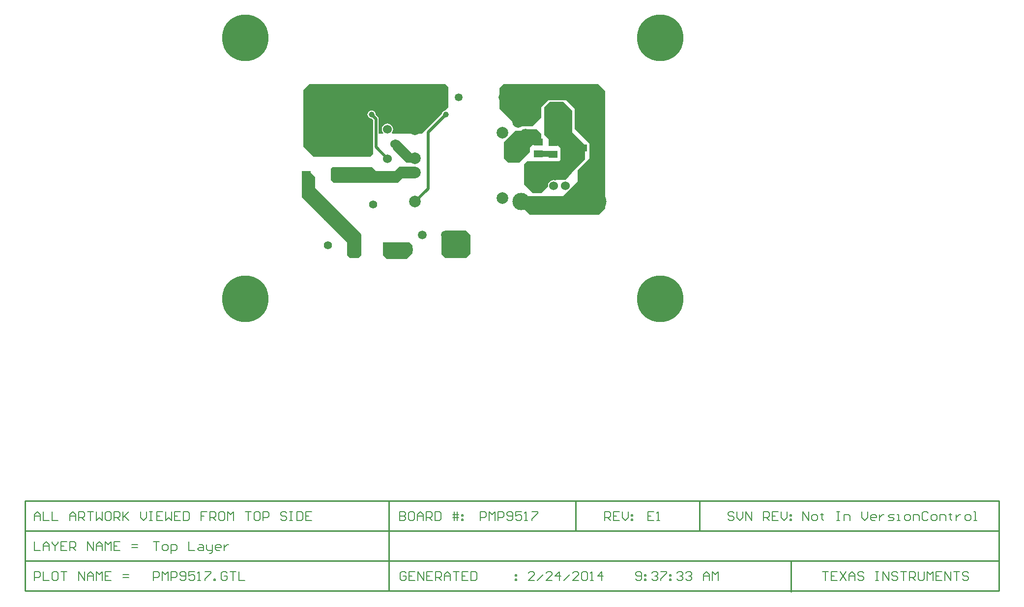
<source format=gtl>
%FSAX25Y25*%
%MOIN*%
G70*
G01*
G75*
G04 Layer_Physical_Order=1*
G04 Layer_Color=191*
%ADD10R,0.06300X0.05000*%
%ADD11C,0.01969*%
%ADD12C,0.03937*%
%ADD13C,0.00800*%
%ADD14C,0.01000*%
%ADD15C,0.31496*%
%ADD16C,0.05512*%
%ADD17R,0.05512X0.05512*%
%ADD18R,0.05118X0.05118*%
%ADD19C,0.05118*%
%ADD20C,0.11811*%
%ADD21C,0.06000*%
%ADD22C,0.06299*%
%ADD23R,0.06299X0.06299*%
%ADD24C,0.05906*%
%ADD25R,0.05118X0.05118*%
%ADD26C,0.05315*%
%ADD27C,0.07874*%
%ADD28C,0.08700*%
%ADD29C,0.03937*%
G36*
X0341838Y0281353D02*
Y0268558D01*
X0338885Y0265605D01*
X0325106D01*
X0322153Y0268558D01*
Y0281353D01*
X0323137Y0282731D01*
X0324712Y0284306D01*
X0338885D01*
X0341838Y0281353D01*
D02*
G37*
G36*
X0433348Y0378819D02*
Y0299437D01*
X0429042Y0295132D01*
X0382192D01*
X0375302Y0302022D01*
Y0307928D01*
X0404830D01*
X0414672Y0317770D01*
Y0325546D01*
X0422546Y0333518D01*
Y0343361D01*
X0412704Y0353203D01*
Y0366983D01*
X0406798Y0372888D01*
X0394987D01*
X0390066Y0367967D01*
Y0361077D01*
X0384161Y0355172D01*
X0373334D01*
X0361523Y0366983D01*
Y0380762D01*
X0364450Y0383689D01*
X0428477D01*
X0433348Y0378819D01*
D02*
G37*
G36*
X0302468Y0274463D02*
Y0269173D01*
X0298505Y0265211D01*
X0285145D01*
X0282783Y0267573D01*
Y0276431D01*
X0300499D01*
X0302468Y0274463D01*
D02*
G37*
G36*
X0236523Y0320723D02*
X0236523D01*
Y0313323D01*
X0268019Y0281827D01*
Y0267573D01*
X0266050Y0265605D01*
X0260145D01*
X0258176Y0267573D01*
Y0276431D01*
X0227665Y0306943D01*
Y0322691D01*
X0229633Y0324660D01*
X0232586D01*
X0236523Y0320723D01*
D02*
G37*
G36*
X0411054Y0365680D02*
Y0350916D01*
X0419594Y0342376D01*
Y0332534D01*
X0412704Y0325644D01*
X0406798Y0318803D01*
X0399909D01*
X0399500Y0318434D01*
X0399323Y0318507D01*
X0398334Y0318637D01*
X0397345Y0318507D01*
X0396424Y0318126D01*
X0395633Y0317518D01*
X0395026Y0316727D01*
X0394644Y0315806D01*
X0394514Y0314817D01*
X0394619Y0314016D01*
X0390066Y0309896D01*
X0384161D01*
X0378255Y0315802D01*
Y0329384D01*
X0380486Y0331550D01*
X0401877D01*
X0402861Y0332534D01*
Y0340408D01*
X0400538Y0342731D01*
X0395110D01*
X0394987Y0342853D01*
Y0346313D01*
X0392035Y0349266D01*
Y0367967D01*
X0395972Y0371904D01*
X0404830D01*
X0411054Y0365680D01*
D02*
G37*
G36*
X0390066Y0350250D02*
Y0345329D01*
X0387113Y0342376D01*
X0384098D01*
X0382192Y0340471D01*
Y0337790D01*
X0374968Y0330565D01*
X0367428D01*
X0364476Y0333518D01*
Y0344345D01*
X0372350Y0352219D01*
X0376287D01*
X0377271Y0353203D01*
X0387113D01*
X0390066Y0350250D01*
D02*
G37*
G36*
X0327074Y0381747D02*
Y0367967D01*
X0324891Y0365784D01*
X0324483Y0365731D01*
X0323813Y0365453D01*
X0323237Y0365011D01*
X0322796Y0364436D01*
X0322518Y0363765D01*
X0322464Y0363357D01*
X0309358Y0350250D01*
X0291034D01*
X0290895Y0350277D01*
X0290775Y0350269D01*
X0290657Y0350284D01*
X0290399Y0350250D01*
X0288809D01*
X0288588Y0350699D01*
X0289044Y0351293D01*
X0289425Y0352214D01*
X0289556Y0353203D01*
X0289425Y0354192D01*
X0289044Y0355113D01*
X0288437Y0355904D01*
X0287646Y0356511D01*
X0286724Y0356893D01*
X0285735Y0357023D01*
X0284747Y0356893D01*
X0283825Y0356511D01*
X0283034Y0355904D01*
X0282427Y0355113D01*
X0282046Y0354192D01*
X0281915Y0353203D01*
X0282046Y0352214D01*
X0282427Y0351293D01*
X0282883Y0350699D01*
X0282662Y0350250D01*
X0279668D01*
Y0360093D01*
X0279530Y0360784D01*
X0279139Y0361370D01*
X0277662Y0362847D01*
X0277688Y0363046D01*
X0277594Y0363765D01*
X0277316Y0364436D01*
X0276874Y0365011D01*
X0276298Y0365453D01*
X0275628Y0365731D01*
X0274909Y0365825D01*
X0274189Y0365731D01*
X0273519Y0365453D01*
X0272943Y0365011D01*
X0272501Y0364436D01*
X0272224Y0363765D01*
X0272129Y0363046D01*
X0272224Y0362326D01*
X0272501Y0361656D01*
X0272943Y0361080D01*
X0273519Y0360638D01*
X0274189Y0360361D01*
X0274909Y0360266D01*
X0275108Y0360292D01*
X0276055Y0359345D01*
Y0348444D01*
X0275893Y0348282D01*
Y0336471D01*
X0273924Y0334502D01*
X0235539D01*
X0228649Y0341392D01*
Y0375841D01*
Y0379778D01*
X0232560Y0383689D01*
X0325131D01*
X0327074Y0381747D01*
D02*
G37*
G36*
X0308373Y0323676D02*
X0304436Y0319739D01*
X0295578D01*
X0292625Y0316786D01*
X0249318D01*
X0247350Y0318754D01*
Y0326431D01*
X0248334Y0327416D01*
X0275106D01*
X0277861Y0324660D01*
X0290657D01*
X0293609Y0327613D01*
X0304436D01*
X0308373Y0323676D01*
D02*
G37*
G36*
X0293609Y0345329D02*
X0302468Y0336471D01*
X0304436D01*
Y0330565D01*
X0298531D01*
X0289672Y0339424D01*
X0288688Y0342376D01*
X0289672Y0345329D01*
X0290657Y0346313D01*
X0293609Y0345329D01*
D02*
G37*
G54D10*
X0388098Y0344408D02*
D03*
Y0336408D02*
D03*
X0397964Y0336172D02*
D03*
Y0344172D02*
D03*
G54D11*
X0313295Y0351137D02*
X0325203Y0363046D01*
X0313295Y0312849D02*
Y0351137D01*
X0304436Y0303991D02*
X0313295Y0312849D01*
X0274909Y0363046D02*
X0277861Y0360093D01*
Y0341077D02*
X0285735Y0333203D01*
X0277861Y0341077D02*
Y0360093D01*
G54D12*
X0388098Y0336408D02*
X0397728D01*
X0397964Y0336172D01*
G54D13*
X0126900Y0073549D02*
X0130899D01*
X0128899D01*
Y0067551D01*
X0133898D02*
X0135897D01*
X0136897Y0068550D01*
Y0070550D01*
X0135897Y0071549D01*
X0133898D01*
X0132898Y0070550D01*
Y0068550D01*
X0133898Y0067551D01*
X0138896Y0065551D02*
Y0071549D01*
X0141895D01*
X0142895Y0070550D01*
Y0068550D01*
X0141895Y0067551D01*
X0138896D01*
X0150892Y0073549D02*
Y0067551D01*
X0154891D01*
X0157890Y0071549D02*
X0159889D01*
X0160889Y0070550D01*
Y0067551D01*
X0157890D01*
X0156890Y0068550D01*
X0157890Y0069550D01*
X0160889D01*
X0162888Y0071549D02*
Y0068550D01*
X0163888Y0067551D01*
X0166887D01*
Y0066551D01*
X0165887Y0065551D01*
X0164888D01*
X0166887Y0067551D02*
Y0071549D01*
X0171885Y0067551D02*
X0169886D01*
X0168886Y0068550D01*
Y0070550D01*
X0169886Y0071549D01*
X0171885D01*
X0172885Y0070550D01*
Y0069550D01*
X0168886D01*
X0174884Y0071549D02*
Y0067551D01*
Y0069550D01*
X0175884Y0070550D01*
X0176884Y0071549D01*
X0177884D01*
X0567400Y0087833D02*
Y0093831D01*
X0571399Y0087833D01*
Y0093831D01*
X0574398Y0087833D02*
X0576397D01*
X0577397Y0088833D01*
Y0090832D01*
X0576397Y0091832D01*
X0574398D01*
X0573398Y0090832D01*
Y0088833D01*
X0574398Y0087833D01*
X0580396Y0092832D02*
Y0091832D01*
X0579396D01*
X0581395D01*
X0580396D01*
Y0088833D01*
X0581395Y0087833D01*
X0590393Y0093831D02*
X0592392D01*
X0591392D01*
Y0087833D01*
X0590393D01*
X0592392D01*
X0595391D02*
Y0091832D01*
X0598390D01*
X0599390Y0090832D01*
Y0087833D01*
X0607387Y0093831D02*
Y0089833D01*
X0609386Y0087833D01*
X0611386Y0089833D01*
Y0093831D01*
X0616384Y0087833D02*
X0614385D01*
X0613385Y0088833D01*
Y0090832D01*
X0614385Y0091832D01*
X0616384D01*
X0617384Y0090832D01*
Y0089833D01*
X0613385D01*
X0619383Y0091832D02*
Y0087833D01*
Y0089833D01*
X0620383Y0090832D01*
X0621383Y0091832D01*
X0622382D01*
X0625381Y0087833D02*
X0628380D01*
X0629380Y0088833D01*
X0628380Y0089833D01*
X0626381D01*
X0625381Y0090832D01*
X0626381Y0091832D01*
X0629380D01*
X0631379Y0087833D02*
X0633379D01*
X0632379D01*
Y0091832D01*
X0631379D01*
X0637377Y0087833D02*
X0639377D01*
X0640376Y0088833D01*
Y0090832D01*
X0639377Y0091832D01*
X0637377D01*
X0636378Y0090832D01*
Y0088833D01*
X0637377Y0087833D01*
X0642376D02*
Y0091832D01*
X0645375D01*
X0646374Y0090832D01*
Y0087833D01*
X0652373Y0092832D02*
X0651373Y0093831D01*
X0649373D01*
X0648374Y0092832D01*
Y0088833D01*
X0649373Y0087833D01*
X0651373D01*
X0652373Y0088833D01*
X0655372Y0087833D02*
X0657371D01*
X0658371Y0088833D01*
Y0090832D01*
X0657371Y0091832D01*
X0655372D01*
X0654372Y0090832D01*
Y0088833D01*
X0655372Y0087833D01*
X0660370D02*
Y0091832D01*
X0663369D01*
X0664369Y0090832D01*
Y0087833D01*
X0667368Y0092832D02*
Y0091832D01*
X0666368D01*
X0668367D01*
X0667368D01*
Y0088833D01*
X0668367Y0087833D01*
X0671366Y0091832D02*
Y0087833D01*
Y0089833D01*
X0672366Y0090832D01*
X0673366Y0091832D01*
X0674365D01*
X0678364Y0087833D02*
X0680364D01*
X0681363Y0088833D01*
Y0090832D01*
X0680364Y0091832D01*
X0678364D01*
X0677364Y0090832D01*
Y0088833D01*
X0678364Y0087833D01*
X0683362D02*
X0685362D01*
X0684362D01*
Y0093831D01*
X0683362D01*
X0520799Y0092832D02*
X0519799Y0093831D01*
X0517800D01*
X0516800Y0092832D01*
Y0091832D01*
X0517800Y0090832D01*
X0519799D01*
X0520799Y0089833D01*
Y0088833D01*
X0519799Y0087833D01*
X0517800D01*
X0516800Y0088833D01*
X0522798Y0093831D02*
Y0089833D01*
X0524797Y0087833D01*
X0526797Y0089833D01*
Y0093831D01*
X0528796Y0087833D02*
Y0093831D01*
X0532795Y0087833D01*
Y0093831D01*
X0540792Y0087833D02*
Y0093831D01*
X0543791D01*
X0544791Y0092832D01*
Y0090832D01*
X0543791Y0089833D01*
X0540792D01*
X0542792D02*
X0544791Y0087833D01*
X0550789Y0093831D02*
X0546790D01*
Y0087833D01*
X0550789D01*
X0546790Y0090832D02*
X0548790D01*
X0552788Y0093831D02*
Y0089833D01*
X0554788Y0087833D01*
X0556787Y0089833D01*
Y0093831D01*
X0558786Y0091832D02*
X0559786D01*
Y0090832D01*
X0558786D01*
Y0091832D01*
Y0088833D02*
X0559786D01*
Y0087833D01*
X0558786D01*
Y0088833D01*
X0433000Y0087833D02*
Y0093831D01*
X0435999D01*
X0436999Y0092832D01*
Y0090832D01*
X0435999Y0089833D01*
X0433000D01*
X0434999D02*
X0436999Y0087833D01*
X0442997Y0093831D02*
X0438998D01*
Y0087833D01*
X0442997D01*
X0438998Y0090832D02*
X0440997D01*
X0444996Y0093831D02*
Y0089833D01*
X0446995Y0087833D01*
X0448995Y0089833D01*
Y0093831D01*
X0450994Y0091832D02*
X0451994D01*
Y0090832D01*
X0450994D01*
Y0091832D01*
Y0088833D02*
X0451994D01*
Y0087833D01*
X0450994D01*
Y0088833D01*
X0126900Y0046966D02*
Y0052965D01*
X0129899D01*
X0130899Y0051965D01*
Y0049966D01*
X0129899Y0048966D01*
X0126900D01*
X0132898Y0046966D02*
Y0052965D01*
X0134897Y0050965D01*
X0136897Y0052965D01*
Y0046966D01*
X0138896D02*
Y0052965D01*
X0141895D01*
X0142895Y0051965D01*
Y0049966D01*
X0141895Y0048966D01*
X0138896D01*
X0144894Y0047966D02*
X0145894Y0046966D01*
X0147893D01*
X0148893Y0047966D01*
Y0051965D01*
X0147893Y0052965D01*
X0145894D01*
X0144894Y0051965D01*
Y0050965D01*
X0145894Y0049966D01*
X0148893D01*
X0154891Y0052965D02*
X0150892D01*
Y0049966D01*
X0152892Y0050965D01*
X0153891D01*
X0154891Y0049966D01*
Y0047966D01*
X0153891Y0046966D01*
X0151892D01*
X0150892Y0047966D01*
X0156890Y0046966D02*
X0158890D01*
X0157890D01*
Y0052965D01*
X0156890Y0051965D01*
X0161889Y0052965D02*
X0165887D01*
Y0051965D01*
X0161889Y0047966D01*
Y0046966D01*
X0167887D02*
Y0047966D01*
X0168886D01*
Y0046966D01*
X0167887D01*
X0176884Y0051965D02*
X0175884Y0052965D01*
X0173885D01*
X0172885Y0051965D01*
Y0047966D01*
X0173885Y0046966D01*
X0175884D01*
X0176884Y0047966D01*
Y0049966D01*
X0174884D01*
X0178883Y0052965D02*
X0182882D01*
X0180883D01*
Y0046966D01*
X0184881Y0052965D02*
Y0046966D01*
X0188880D01*
X0385149D02*
X0381150D01*
X0385149Y0050965D01*
Y0051965D01*
X0384149Y0052965D01*
X0382150D01*
X0381150Y0051965D01*
X0387148Y0046966D02*
X0391147Y0050965D01*
X0397145Y0046966D02*
X0393146D01*
X0397145Y0050965D01*
Y0051965D01*
X0396145Y0052965D01*
X0394146D01*
X0393146Y0051965D01*
X0402143Y0046966D02*
Y0052965D01*
X0399144Y0049966D01*
X0403143D01*
X0405142Y0046966D02*
X0409141Y0050965D01*
X0415139Y0046966D02*
X0411140D01*
X0415139Y0050965D01*
Y0051965D01*
X0414139Y0052965D01*
X0412140D01*
X0411140Y0051965D01*
X0417138D02*
X0418138Y0052965D01*
X0420137D01*
X0421137Y0051965D01*
Y0047966D01*
X0420137Y0046966D01*
X0418138D01*
X0417138Y0047966D01*
Y0051965D01*
X0423136Y0046966D02*
X0425136D01*
X0424136D01*
Y0052965D01*
X0423136Y0051965D01*
X0431134Y0046966D02*
Y0052965D01*
X0428135Y0049966D01*
X0432133D01*
X0298199Y0051965D02*
X0297199Y0052965D01*
X0295200D01*
X0294200Y0051965D01*
Y0047966D01*
X0295200Y0046966D01*
X0297199D01*
X0298199Y0047966D01*
Y0049966D01*
X0296199D01*
X0304197Y0052965D02*
X0300198D01*
Y0046966D01*
X0304197D01*
X0300198Y0049966D02*
X0302197D01*
X0306196Y0046966D02*
Y0052965D01*
X0310195Y0046966D01*
Y0052965D01*
X0316193D02*
X0312194D01*
Y0046966D01*
X0316193D01*
X0312194Y0049966D02*
X0314194D01*
X0318192Y0046966D02*
Y0052965D01*
X0321191D01*
X0322191Y0051965D01*
Y0049966D01*
X0321191Y0048966D01*
X0318192D01*
X0320192D02*
X0322191Y0046966D01*
X0324190D02*
Y0050965D01*
X0326190Y0052965D01*
X0328189Y0050965D01*
Y0046966D01*
Y0049966D01*
X0324190D01*
X0330188Y0052965D02*
X0334187D01*
X0332188D01*
Y0046966D01*
X0340185Y0052965D02*
X0336186D01*
Y0046966D01*
X0340185D01*
X0336186Y0049966D02*
X0338186D01*
X0342184Y0052965D02*
Y0046966D01*
X0345183D01*
X0346183Y0047966D01*
Y0051965D01*
X0345183Y0052965D01*
X0342184D01*
X0372175Y0050965D02*
X0373175D01*
Y0049966D01*
X0372175D01*
Y0050965D01*
Y0047966D02*
X0373175D01*
Y0046966D01*
X0372175D01*
Y0047966D01*
X0046350Y0087833D02*
Y0091832D01*
X0048349Y0093831D01*
X0050349Y0091832D01*
Y0087833D01*
Y0090832D01*
X0046350D01*
X0052348Y0093831D02*
Y0087833D01*
X0056347D01*
X0058346Y0093831D02*
Y0087833D01*
X0062345D01*
X0070342D02*
Y0091832D01*
X0072342Y0093831D01*
X0074341Y0091832D01*
Y0087833D01*
Y0090832D01*
X0070342D01*
X0076340Y0087833D02*
Y0093831D01*
X0079339D01*
X0080339Y0092832D01*
Y0090832D01*
X0079339Y0089833D01*
X0076340D01*
X0078340D02*
X0080339Y0087833D01*
X0082338Y0093831D02*
X0086337D01*
X0084338D01*
Y0087833D01*
X0088336Y0093831D02*
Y0087833D01*
X0090336Y0089833D01*
X0092335Y0087833D01*
Y0093831D01*
X0097334D02*
X0095334D01*
X0094335Y0092832D01*
Y0088833D01*
X0095334Y0087833D01*
X0097334D01*
X0098333Y0088833D01*
Y0092832D01*
X0097334Y0093831D01*
X0100332Y0087833D02*
Y0093831D01*
X0103332D01*
X0104331Y0092832D01*
Y0090832D01*
X0103332Y0089833D01*
X0100332D01*
X0102332D02*
X0104331Y0087833D01*
X0106331Y0093831D02*
Y0087833D01*
Y0089833D01*
X0110329Y0093831D01*
X0107330Y0090832D01*
X0110329Y0087833D01*
X0118327Y0093831D02*
Y0089833D01*
X0120326Y0087833D01*
X0122325Y0089833D01*
Y0093831D01*
X0124325D02*
X0126324D01*
X0125324D01*
Y0087833D01*
X0124325D01*
X0126324D01*
X0133322Y0093831D02*
X0129323D01*
Y0087833D01*
X0133322D01*
X0129323Y0090832D02*
X0131323D01*
X0135321Y0093831D02*
Y0087833D01*
X0137321Y0089833D01*
X0139320Y0087833D01*
Y0093831D01*
X0145318D02*
X0141319D01*
Y0087833D01*
X0145318D01*
X0141319Y0090832D02*
X0143319D01*
X0147317Y0093831D02*
Y0087833D01*
X0150316D01*
X0151316Y0088833D01*
Y0092832D01*
X0150316Y0093831D01*
X0147317D01*
X0163312D02*
X0159313D01*
Y0090832D01*
X0161313D01*
X0159313D01*
Y0087833D01*
X0165312D02*
Y0093831D01*
X0168310D01*
X0169310Y0092832D01*
Y0090832D01*
X0168310Y0089833D01*
X0165312D01*
X0167311D02*
X0169310Y0087833D01*
X0174309Y0093831D02*
X0172309D01*
X0171310Y0092832D01*
Y0088833D01*
X0172309Y0087833D01*
X0174309D01*
X0175308Y0088833D01*
Y0092832D01*
X0174309Y0093831D01*
X0177308Y0087833D02*
Y0093831D01*
X0179307Y0091832D01*
X0181306Y0093831D01*
Y0087833D01*
X0189304Y0093831D02*
X0193303D01*
X0191303D01*
Y0087833D01*
X0198301Y0093831D02*
X0196301D01*
X0195302Y0092832D01*
Y0088833D01*
X0196301Y0087833D01*
X0198301D01*
X0199301Y0088833D01*
Y0092832D01*
X0198301Y0093831D01*
X0201300Y0087833D02*
Y0093831D01*
X0204299D01*
X0205299Y0092832D01*
Y0090832D01*
X0204299Y0089833D01*
X0201300D01*
X0217295Y0092832D02*
X0216295Y0093831D01*
X0214296D01*
X0213296Y0092832D01*
Y0091832D01*
X0214296Y0090832D01*
X0216295D01*
X0217295Y0089833D01*
Y0088833D01*
X0216295Y0087833D01*
X0214296D01*
X0213296Y0088833D01*
X0219294Y0093831D02*
X0221293D01*
X0220294D01*
Y0087833D01*
X0219294D01*
X0221293D01*
X0224292Y0093831D02*
Y0087833D01*
X0227291D01*
X0228291Y0088833D01*
Y0092832D01*
X0227291Y0093831D01*
X0224292D01*
X0234289D02*
X0230291D01*
Y0087833D01*
X0234289D01*
X0230291Y0090832D02*
X0232290D01*
X0466149Y0093831D02*
X0462150D01*
Y0087833D01*
X0466149D01*
X0462150Y0090832D02*
X0464149D01*
X0468148Y0087833D02*
X0470147D01*
X0469148D01*
Y0093831D01*
X0468148Y0092832D01*
X0348550Y0087833D02*
Y0093831D01*
X0351549D01*
X0352549Y0092832D01*
Y0090832D01*
X0351549Y0089833D01*
X0348550D01*
X0354548Y0087833D02*
Y0093831D01*
X0356547Y0091832D01*
X0358547Y0093831D01*
Y0087833D01*
X0360546D02*
Y0093831D01*
X0363545D01*
X0364545Y0092832D01*
Y0090832D01*
X0363545Y0089833D01*
X0360546D01*
X0366544Y0088833D02*
X0367544Y0087833D01*
X0369543D01*
X0370543Y0088833D01*
Y0092832D01*
X0369543Y0093831D01*
X0367544D01*
X0366544Y0092832D01*
Y0091832D01*
X0367544Y0090832D01*
X0370543D01*
X0376541Y0093831D02*
X0372542D01*
Y0090832D01*
X0374542Y0091832D01*
X0375541D01*
X0376541Y0090832D01*
Y0088833D01*
X0375541Y0087833D01*
X0373542D01*
X0372542Y0088833D01*
X0378540Y0087833D02*
X0380540D01*
X0379540D01*
Y0093831D01*
X0378540Y0092832D01*
X0383539Y0093831D02*
X0387537D01*
Y0092832D01*
X0383539Y0088833D01*
Y0087833D01*
X0294000Y0093831D02*
Y0087833D01*
X0296999D01*
X0297999Y0088833D01*
Y0089833D01*
X0296999Y0090832D01*
X0294000D01*
X0296999D01*
X0297999Y0091832D01*
Y0092832D01*
X0296999Y0093831D01*
X0294000D01*
X0302997D02*
X0300998D01*
X0299998Y0092832D01*
Y0088833D01*
X0300998Y0087833D01*
X0302997D01*
X0303997Y0088833D01*
Y0092832D01*
X0302997Y0093831D01*
X0305996Y0087833D02*
Y0091832D01*
X0307996Y0093831D01*
X0309995Y0091832D01*
Y0087833D01*
Y0090832D01*
X0305996D01*
X0311994Y0087833D02*
Y0093831D01*
X0314993D01*
X0315993Y0092832D01*
Y0090832D01*
X0314993Y0089833D01*
X0311994D01*
X0313994D02*
X0315993Y0087833D01*
X0317992Y0093831D02*
Y0087833D01*
X0320991D01*
X0321991Y0088833D01*
Y0092832D01*
X0320991Y0093831D01*
X0317992D01*
X0330988Y0087833D02*
Y0093831D01*
X0332987D02*
Y0087833D01*
X0329988Y0091832D02*
X0332987D01*
X0333987D01*
X0329988Y0089833D02*
X0333987D01*
X0335986Y0091832D02*
X0336986D01*
Y0090832D01*
X0335986D01*
Y0091832D01*
Y0088833D02*
X0336986D01*
Y0087833D01*
X0335986D01*
Y0088833D01*
X0046350Y0073549D02*
Y0067551D01*
X0050349D01*
X0052348D02*
Y0071549D01*
X0054347Y0073549D01*
X0056347Y0071549D01*
Y0067551D01*
Y0070550D01*
X0052348D01*
X0058346Y0073549D02*
Y0072549D01*
X0060346Y0070550D01*
X0062345Y0072549D01*
Y0073549D01*
X0060346Y0070550D02*
Y0067551D01*
X0068343Y0073549D02*
X0064344D01*
Y0067551D01*
X0068343D01*
X0064344Y0070550D02*
X0066343D01*
X0070342Y0067551D02*
Y0073549D01*
X0073341D01*
X0074341Y0072549D01*
Y0070550D01*
X0073341Y0069550D01*
X0070342D01*
X0072342D02*
X0074341Y0067551D01*
X0082338D02*
Y0073549D01*
X0086337Y0067551D01*
Y0073549D01*
X0088336Y0067551D02*
Y0071549D01*
X0090336Y0073549D01*
X0092335Y0071549D01*
Y0067551D01*
Y0070550D01*
X0088336D01*
X0094335Y0067551D02*
Y0073549D01*
X0096334Y0071549D01*
X0098333Y0073549D01*
Y0067551D01*
X0104331Y0073549D02*
X0100332D01*
Y0067551D01*
X0104331D01*
X0100332Y0070550D02*
X0102332D01*
X0112329Y0069550D02*
X0116327D01*
X0112329Y0071549D02*
X0116327D01*
X0046350Y0046966D02*
Y0052965D01*
X0049349D01*
X0050349Y0051965D01*
Y0049966D01*
X0049349Y0048966D01*
X0046350D01*
X0052348Y0052965D02*
Y0046966D01*
X0056347D01*
X0061345Y0052965D02*
X0059346D01*
X0058346Y0051965D01*
Y0047966D01*
X0059346Y0046966D01*
X0061345D01*
X0062345Y0047966D01*
Y0051965D01*
X0061345Y0052965D01*
X0064344D02*
X0068343D01*
X0066343D01*
Y0046966D01*
X0076340D02*
Y0052965D01*
X0080339Y0046966D01*
Y0052965D01*
X0082338Y0046966D02*
Y0050965D01*
X0084338Y0052965D01*
X0086337Y0050965D01*
Y0046966D01*
Y0049966D01*
X0082338D01*
X0088336Y0046966D02*
Y0052965D01*
X0090336Y0050965D01*
X0092335Y0052965D01*
Y0046966D01*
X0098333Y0052965D02*
X0094335D01*
Y0046966D01*
X0098333D01*
X0094335Y0049966D02*
X0096334D01*
X0106331Y0048966D02*
X0110329D01*
X0106331Y0050965D02*
X0110329D01*
X0454050Y0047966D02*
X0455050Y0046966D01*
X0457049D01*
X0458049Y0047966D01*
Y0051965D01*
X0457049Y0052965D01*
X0455050D01*
X0454050Y0051965D01*
Y0050965D01*
X0455050Y0049966D01*
X0458049D01*
X0460048Y0050965D02*
X0461048D01*
Y0049966D01*
X0460048D01*
Y0050965D01*
Y0047966D02*
X0461048D01*
Y0046966D01*
X0460048D01*
Y0047966D01*
X0465046Y0051965D02*
X0466046Y0052965D01*
X0468046D01*
X0469045Y0051965D01*
Y0050965D01*
X0468046Y0049966D01*
X0467046D01*
X0468046D01*
X0469045Y0048966D01*
Y0047966D01*
X0468046Y0046966D01*
X0466046D01*
X0465046Y0047966D01*
X0471044Y0052965D02*
X0475043D01*
Y0051965D01*
X0471044Y0047966D01*
Y0046966D01*
X0477043Y0050965D02*
X0478042D01*
Y0049966D01*
X0477043D01*
Y0050965D01*
Y0047966D02*
X0478042D01*
Y0046966D01*
X0477043D01*
Y0047966D01*
X0482041Y0051965D02*
X0483041Y0052965D01*
X0485040D01*
X0486040Y0051965D01*
Y0050965D01*
X0485040Y0049966D01*
X0484040D01*
X0485040D01*
X0486040Y0048966D01*
Y0047966D01*
X0485040Y0046966D01*
X0483041D01*
X0482041Y0047966D01*
X0488039Y0051965D02*
X0489039Y0052965D01*
X0491038D01*
X0492038Y0051965D01*
Y0050965D01*
X0491038Y0049966D01*
X0490038D01*
X0491038D01*
X0492038Y0048966D01*
Y0047966D01*
X0491038Y0046966D01*
X0489039D01*
X0488039Y0047966D01*
X0500035Y0046966D02*
Y0050965D01*
X0502035Y0052965D01*
X0504034Y0050965D01*
Y0046966D01*
Y0049966D01*
X0500035D01*
X0506033Y0046966D02*
Y0052965D01*
X0508033Y0050965D01*
X0510032Y0052965D01*
Y0046966D01*
X0580500Y0052965D02*
X0584499D01*
X0582499D01*
Y0046966D01*
X0590497Y0052965D02*
X0586498D01*
Y0046966D01*
X0590497D01*
X0586498Y0049966D02*
X0588497D01*
X0592496Y0052965D02*
X0596495Y0046966D01*
Y0052965D02*
X0592496Y0046966D01*
X0598494D02*
Y0050965D01*
X0600493Y0052965D01*
X0602493Y0050965D01*
Y0046966D01*
Y0049966D01*
X0598494D01*
X0608491Y0051965D02*
X0607491Y0052965D01*
X0605492D01*
X0604492Y0051965D01*
Y0050965D01*
X0605492Y0049966D01*
X0607491D01*
X0608491Y0048966D01*
Y0047966D01*
X0607491Y0046966D01*
X0605492D01*
X0604492Y0047966D01*
X0616488Y0052965D02*
X0618488D01*
X0617488D01*
Y0046966D01*
X0616488D01*
X0618488D01*
X0621487D02*
Y0052965D01*
X0625486Y0046966D01*
Y0052965D01*
X0631484Y0051965D02*
X0630484Y0052965D01*
X0628484D01*
X0627485Y0051965D01*
Y0050965D01*
X0628484Y0049966D01*
X0630484D01*
X0631484Y0048966D01*
Y0047966D01*
X0630484Y0046966D01*
X0628484D01*
X0627485Y0047966D01*
X0633483Y0052965D02*
X0637482D01*
X0635482D01*
Y0046966D01*
X0639481D02*
Y0052965D01*
X0642480D01*
X0643480Y0051965D01*
Y0049966D01*
X0642480Y0048966D01*
X0639481D01*
X0641480D02*
X0643480Y0046966D01*
X0645479Y0052965D02*
Y0047966D01*
X0646479Y0046966D01*
X0648478D01*
X0649478Y0047966D01*
Y0052965D01*
X0651477Y0046966D02*
Y0052965D01*
X0653476Y0050965D01*
X0655476Y0052965D01*
Y0046966D01*
X0661474Y0052965D02*
X0657475D01*
Y0046966D01*
X0661474D01*
X0657475Y0049966D02*
X0659474D01*
X0663473Y0046966D02*
Y0052965D01*
X0667472Y0046966D01*
Y0052965D01*
X0669471D02*
X0673470D01*
X0671471D01*
Y0046966D01*
X0679468Y0051965D02*
X0678468Y0052965D01*
X0676469D01*
X0675469Y0051965D01*
Y0050965D01*
X0676469Y0049966D01*
X0678468D01*
X0679468Y0048966D01*
Y0047966D01*
X0678468Y0046966D01*
X0676469D01*
X0675469Y0047966D01*
G54D14*
X0497200Y0080717D02*
Y0101050D01*
X0413200Y0080717D02*
Y0101050D01*
X0040000Y0080717D02*
X0700200D01*
X0040000Y0060383D02*
X0700000D01*
X0040000Y0040050D02*
X0440500D01*
X0040050Y0101050D02*
X0700200D01*
X0040050Y0040050D02*
Y0101050D01*
Y0040050D02*
X0197600D01*
X0040000D02*
Y0101050D01*
X0286500Y0040050D02*
Y0101050D01*
X0700200Y0040050D02*
Y0101050D01*
X0440500Y0040050D02*
X0700200D01*
X0559400Y0039400D02*
Y0059683D01*
G54D15*
X0189279Y0415211D02*
D03*
Y0238046D02*
D03*
X0470775Y0415211D02*
D03*
Y0238046D02*
D03*
G54D16*
X0275893Y0302022D02*
D03*
X0245381Y0274463D02*
D03*
G54D17*
X0275893Y0321707D02*
D03*
X0245381Y0294148D02*
D03*
G54D18*
X0398924Y0368951D02*
D03*
G54D19*
X0385145D02*
D03*
X0418610Y0354187D02*
D03*
G54D20*
X0428137Y0304148D02*
D03*
X0376405D02*
D03*
G54D21*
X0416050Y0314817D02*
D03*
X0406208D02*
D03*
X0398334D02*
D03*
X0388491D02*
D03*
X0285735Y0333203D02*
D03*
X0290735Y0343203D02*
D03*
X0285735Y0353203D02*
D03*
G54D22*
X0250302Y0321707D02*
D03*
G54D23*
X0230617D02*
D03*
G54D24*
X0309358Y0281353D02*
D03*
X0325106D02*
D03*
G54D25*
X0418610Y0340408D02*
D03*
G54D26*
X0333964Y0374857D02*
D03*
X0363491D02*
D03*
G54D27*
Y0306451D02*
D03*
X0379239Y0349266D02*
D03*
X0374318Y0358124D02*
D03*
X0363491Y0350743D02*
D03*
X0304436Y0353203D02*
D03*
Y0333518D02*
D03*
Y0323676D02*
D03*
Y0303991D02*
D03*
G54D28*
X0335932Y0271510D02*
D03*
X0298531D02*
D03*
G54D29*
X0266050Y0272495D02*
D03*
X0260145Y0269542D02*
D03*
X0264082Y0268558D02*
D03*
X0325203Y0363046D02*
D03*
X0254239Y0338439D02*
D03*
X0260834D02*
D03*
X0267035D02*
D03*
X0272940D02*
D03*
X0274909Y0363046D02*
D03*
X0292625Y0365014D02*
D03*
X0368413Y0341392D02*
D03*
Y0334502D02*
D03*
M02*

</source>
